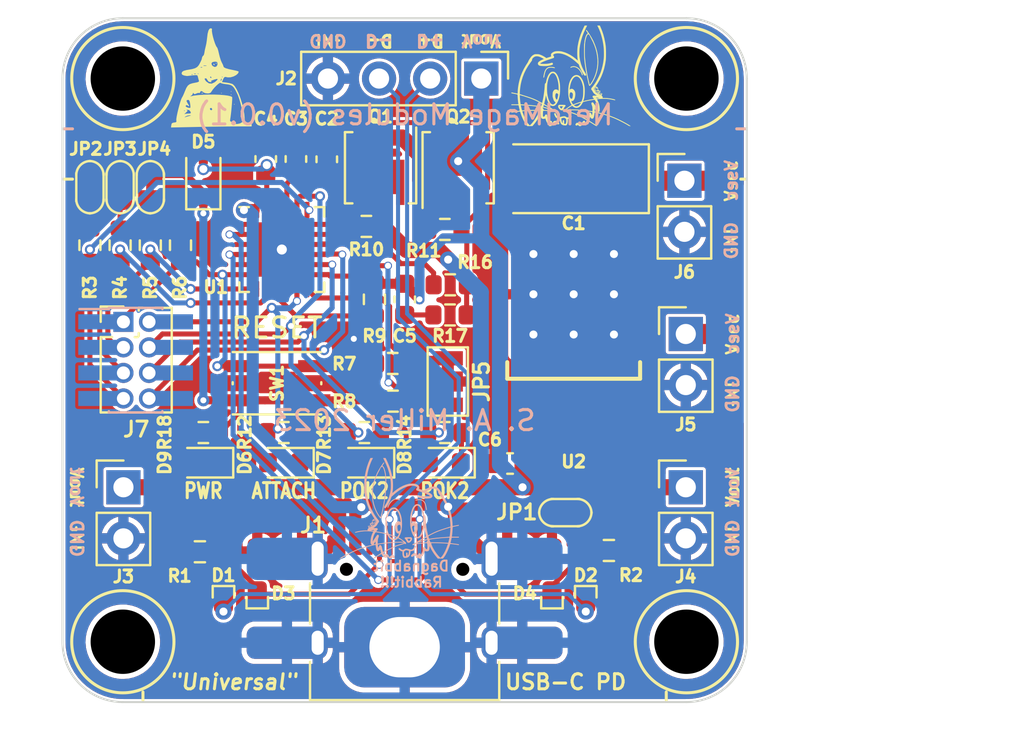
<source format=kicad_pcb>
(kicad_pcb (version 20211014) (generator pcbnew)
  (title_block (title "USB-C (PD) Board") (rev "0.0.1") (company "The Nerd Mage"))
  (layers (0 "F.Cu" signal) (31 "B.Cu" signal) (34 "B.Paste" user) (35 "F.Paste" user) (36 "B.SilkS" user "B.Silkscreen") (37 "F.SilkS" user "F.Silkscreen") (38 "B.Mask" user) (39 "F.Mask" user) (44 "Edge.Cuts" user))
  (net 0 "")
  (net 1 "UD+")
  (net 2 "UD-")
  (net 5 "Net-(C5-Pad2)")
  (net 6 "Net-(C3-Pad1)")
  (net 7 "Net-(C4-Pad1)")
  (net 8 "CC1")
  (net 9 "CC2")
  (net 10 "Vbus")
  (net 11 "RESET")
  (net 12 "SCL")
  (net 13 "SDA")
  (net 14 "GPIO")
  (net 15 "ALERT")
  (net 16 "2v7")
  (net 17 "ATTACH")
  (net 18 "A_B_SIDE")
  (net 19 "GND")
  (net 20 "Vout")
  (net 21 "POWER_OK3")
  (net 22 "POWER_OK2")
  (net 23 "Vsec")
  (net 24 "Net-(D9-Pad2)")
  (net 25 "/ADDR0")
  (net 26 "/ADDR1")
  (net 27 "Net-(D6-Pad1)")
  (net 28 "Net-(R10-Pad1)")
  (net 29 "Net-(R9-Pad2)")
  (net 30 "Net-(R16-Pad2)")
  (net 31 "Net-(JP2-Pad1)")
  (net 32 "Net-(JP3-Pad1)")
  (net 33 "Net-(JP4-Pad1)")
  (net 34 "Net-(Q1-Pad1)")
  (net 35 "Net-(Q1-Pad4)")
  (net 37 "Net-(D7-Pad1)")
  (net 38 "Net-(D8-Pad1)")
  (footprint "Resistor_SMD:R_0603_1608Metric" (layer "F.Cu") (at 85.865 81.285136 90)
    (fp_text reference "R4")
    (fp_text value "1k")
  )
  (footprint "Tinker:NerdMage" (layer "F.Cu") (at 90.4 72.9)
    (fp_text reference "G***" hide)
    (fp_text value "LOGO" hide)
  )
  (footprint "Tinker:PGB1010603NRHF" (layer "F.Cu") (at 109 100 -90)
    (fp_text reference "D2")
    (fp_text value "PGB1010603NR" hide)
  )
  (footprint "Tinker:CP_EIA-6032-28-Tantalumm_HandSolder" (layer "F.Cu") (at 108.4 77.98 180)
    (fp_text reference "C1")
    (fp_text value "22uf" hide)
  )
  (footprint "LED_SMD:LED_0603_1608Metric" (layer "F.Cu") (at 90 92.1 180)
    (fp_text reference "D9")
    (fp_text value "green")
  )
  (footprint "Capacitor_SMD:C_0603_1608Metric" (layer "F.Cu") (at 96.132603 77.012651 90)
    (fp_text reference "C2")
    (fp_text value "1.0uF")
  )
  (footprint "Package_DFN_QFN:QFN-24-1EP_4x4mm_P0.5mm_EP2.7x2.7mm" (layer "F.Cu") (at 93.9 81.5)
    (fp_text reference "U1")
    (fp_text value "STUSB4500QTR")
  )
  (footprint "Capacitor_SMD:C_0603_1608Metric" (layer "F.Cu") (at 105.239817 92.138939 180)
    (fp_text reference "C6")
    (fp_text value "1.0uF")
  )
  (footprint "Tinker:DagNabbit" (layer "F.Cu") (at 108 73.5)
    (fp_text reference "REF**" hide)
    (fp_text value "DagNabbit" hide)
  )
  (footprint "Tinker:R_0603_1608Metric_Pad0.98x0.95mm_HandSolder" (layer "F.Cu") (at 89.829448 96.526795 180)
    (fp_text reference "R1")
    (fp_text value "5k1")
  )
  (footprint "LED_SMD:LED_0603_1608Metric" (layer "F.Cu") (at 98 92.1 180)
    (fp_text reference "D7")
    (fp_text value "yellow")
  )
  (footprint "Tinker:SolderJumper-2_P_Bridged_Rounded_skinny" (layer "F.Cu") (at 87.365 78.4 90)
    (fp_text reference "JP4")
    (fp_text value "SolderJumper_2_Bridged" hide)
  )
  (footprint "Resistor_SMD:R_0603_1608Metric" (layer "F.Cu") (at 94 90.6)
    (fp_text reference "R12")
    (fp_text value "1k")
  )
  (footprint "Tinker:Diodes_PowerDI3333-8" (layer "F.Cu") (at 102.661153 77.435247 90)
    (fp_text reference "Q2")
    (fp_text value "DMP3013SFV" hide)
  )
  (footprint "Tinker:PinHeader_1x02_P2.54mm_Vertical" (layer "F.Cu") (at 113.97 93.32)
    (fp_text reference "J4")
    (fp_text value "Conn_01x02_Male" hide)
  )
  (footprint "Tinker:Mount" (layer "F.Cu") (at 114 73)
    (fp_text reference "REF**" hide)
    (fp_text value "Mount" hide)
  )
  (footprint "Tinker:SolderJumper-2_P_Bridged_Rounded_skinny" (layer "F.Cu") (at 85.865 78.4 90)
    (fp_text reference "JP3")
    (fp_text value "SolderJumper_2_Bridged" hide)
  )
  (footprint "Capacitor_SMD:C_0603_1608Metric" (layer "F.Cu") (at 94.6 77 90)
    (fp_text reference "C3")
    (fp_text value "1.0uF")
  )
  (footprint "Tinker:Diodes_PowerDI3333-8" (layer "F.Cu") (at 98.805987 77.435247 -90)
    (fp_text reference "Q1")
    (fp_text value "DMP3013SFV" hide)
  )
  (footprint "Resistor_SMD:R_0603_1608Metric" (layer "F.Cu") (at 98.1 80.35)
    (fp_text reference "R10")
    (fp_text value "1k")
  )
  (footprint "Tinker:SolderJumper-2_P_Open_Rounded_skinny" (layer "F.Cu") (at 107.983618 94.58)
    (fp_text reference "JP1")
    (fp_text value "SolderJumper_2_Open" hide)
  )
  (footprint "Tinker:PinHeader_1x02_P2.54mm_Vertical" (layer "F.Cu") (at 86.03 93.32)
    (fp_text reference "J3")
    (fp_text value "Conn_01x02_Male" hide)
  )
  (footprint "Tinker:Mount" (layer "F.Cu") (at 114 101)
    (fp_text reference "REF**" hide)
    (fp_text value "Mount" hide)
  )
  (footprint "Tinker:PinHeader_2x04_P1.27mm_Vertical" (layer "F.Cu") (at 86.03 85.095)
    (fp_text reference "J7")
    (fp_text value "Conn_01x08_Male")
  )
  (footprint "Capacitor_SMD:C_0603_1608Metric" (layer "F.Cu") (at 100.004435 83.97667 -90)
    (fp_text reference "C5")
    (fp_text value "0.1uF")
  )
  (footprint "Diode_SMD:D_SOD-323" (layer "F.Cu") (at 90 78 90)
    (fp_text reference "D5")
    (fp_text value "BAT60A")
  )
  (footprint "Tinker:Mount" (layer "F.Cu") (at 86 101)
    (fp_text reference "REF**" hide)
    (fp_text value "Mount" hide)
  )
  (footprint "Resistor_SMD:R_0603_1608Metric" (layer "F.Cu") (at 88.865 81.285136 -90)
    (fp_text reference "R6")
    (fp_text value "100k")
  )
  (footprint "Resistor_SMD:R_0603_1608Metric" (layer "F.Cu") (at 98.49898 83.97667 -90)
    (fp_text reference "R9")
    (fp_text value "1k")
  )
  (footprint "Tinker:SolderJumper-2_P_Bridged_Rounded_skinny" (layer "F.Cu") (at 84.365 78.4 90)
    (fp_text reference "JP2")
    (fp_text value "SolderJumper_2_Bridged" hide)
  )
  (footprint "Tinker:R_0603_1608Metric_Pad0.98x0.95mm_HandSolder" (layer "F.Cu") (at 110.150246 96.462623)
    (fp_text reference "R2")
    (fp_text value "5k1")
  )
  (footprint "Resistor_SMD:R_0603_1608Metric" (layer "F.Cu") (at 99.40924 87.164097 180)
    (fp_text reference "R7")
    (fp_text value "100k")
  )
  (footprint "Tinker:PGB1010603NRHF" (layer "F.Cu") (at 91 100 -90)
    (fp_text reference "D1")
    (fp_text value "PGB1010603NR" hide)
  )
  (footprint "Tinker:PinHeader_1x02_P2.54mm_Vertical" (layer "F.Cu") (at 113.902854 78.08)
    (fp_text reference "J6")
    (fp_text value "Conn_01x02_Male" hide)
  )
  (footprint "Resistor_SMD:R_0603_1608Metric" (layer "F.Cu") (at 102.255861 84.75167 180)
    (fp_text reference "R17")
    (fp_text value "100")
  )
  (footprint "Tinker:SolderJumper-3_P1.3mm_Bridged123_Pad1.0x1.5mm" (layer "F.Cu") (at 102.144435 88.062635 -90)
    (fp_text reference "JP5")
    (fp_text value "SolderJumper_3_Bridged123" hide)
  )
  (footprint "Tinker:PinHeader_1x02_P2.54mm_Vertical" (layer "F.Cu") (at 113.97 85.7)
    (fp_text reference "J5")
    (fp_text value "Conn_01x02_Male" hide)
  )
  (footprint "Tinker:SW_Push_TS273014TP" (layer "F.Cu") (at 93.659571 88.147587)
    (fp_text reference "SW1")
    (fp_text value "SW_Push" hide)
  )
  (footprint "Capacitor_SMD:C_0603_1608Metric" (layer "F.Cu") (at 93.1 77 90)
    (fp_text reference "C4")
    (fp_text value "1.0uF")
  )
  (footprint "Resistor_SMD:R_0603_1608Metric" (layer "F.Cu") (at 102 80.5 180)
    (fp_text reference "R11")
    (fp_text value "100k")
  )
  (footprint "Resistor_SMD:R_0603_1608Metric" (layer "F.Cu") (at 98 90.6)
    (fp_text reference "R13")
    (fp_text value "1k")
  )
  (footprint "Resistor_SMD:R_0603_1608Metric" (layer "F.Cu") (at 102.265164 83.253821 180)
    (fp_text reference "R16")
    (fp_text value "22k")
  )
  (footprint "Resistor_SMD:R_0603_1608Metric" (layer "F.Cu") (at 99.422726 89.038492 180)
    (fp_text reference "R8")
    (fp_text value "100k")
  )
  (footprint "Resistor_SMD:R_0603_1608Metric" (layer "F.Cu") (at 90 90.6)
    (fp_text reference "R18")
    (fp_text value "1k")
  )
  (footprint "LED_SMD:LED_0603_1608Metric" (layer "F.Cu") (at 94 92.1 180)
    (fp_text reference "D6")
    (fp_text value "yellow")
  )
  (footprint "Resistor_SMD:R_0603_1608Metric" (layer "F.Cu") (at 84.365 81.285136 90)
    (fp_text reference "R3")
    (fp_text value "1k")
  )
  (footprint "Tinker:Mount" (layer "F.Cu") (at 86 73)
    (fp_text reference "REF**" hide)
    (fp_text value "Mount" hide)
  )
  (footprint "Resistor_SMD:R_0603_1608Metric" (layer "F.Cu") (at 102 90.6)
    (fp_text reference "R14")
    (fp_text value "1k")
  )
  (footprint "Tinker:PinHeader_1x04_P2.54mm_Vertical" (layer "F.Cu") (at 103.81 73 -90)
    (fp_text reference "J2")
    (fp_text value "Conn_01x04_Male" hide)
  )
  (footprint "Tinker:USB_C_Receptacle_HRO_TYPE-C-31-M-12" (layer "F.Cu") (at 100 100)
    (fp_text reference "J1")
    (fp_text value "USB_C_Receptacle_USB2.0" hide)
  )
  (footprint "Tinker:R1501J033BT1JE" (layer "F.Cu") (at 108.4 85.9)
    (fp_text reference "U2")
    (fp_text value "R1501J033B-T1-JE" hide)
  )
  (footprint "Tinker:PGB1010603NRHF" (layer "F.Cu") (at 107.32 97.571795 90)
    (fp_text reference "D4")
    (fp_text value "PGB1010603NR" hide)
  )
  (footprint "LED_SMD:LED_0603_1608Metric" (layer "F.Cu") (at 102 92.1 180)
    (fp_text reference "D8")
    (fp_text value "yellow")
  )
  (footprint "Resistor_SMD:R_0603_1608Metric" (layer "F.Cu") (at 87.365 81.285136 90)
    (fp_text reference "R5")
    (fp_text value "1k")
  )
  (footprint "Tinker:PGB1010603NRHF" (layer "F.Cu") (at 92.68 97.571795 90)
    (fp_text reference "D3")
    (fp_text value "PGB1010603NR" hide)
  )
  (footprint "Tinker:DagNabbit" (layer "B.Cu") (at 100 95 180)
    (fp_text reference "REF**" hide)
    (fp_text value "DagNabbit" hide)
  )
  (gr_line (start 83.1 75.5) (end 83.5 75.5) (layer "B.SilkS") (width 0.15))
  (gr_line (start 116.5 75.5) (end 116.9 75.5) (layer "B.SilkS") (width 0.15))
  (gr_line (start 113 103.9) (end 113 103.5) (layer "F.SilkS") (width 0.15))
  (gr_line (start 83.1 78) (end 83.5 78) (layer "F.SilkS") (width 0.15))
  (gr_line (start 116.7 78) (end 116.9 78) (layer "F.SilkS") (width 0.15))
  (gr_line (start 87 103.9) (end 87 103.5) (layer "F.SilkS") (width 0.15))
  (gr_line (start 117 73) (end 117 101) (layer "Edge.Cuts") (width 0.1))
  (gr_arc (start 86 104) (mid 83.87868 103.12132) (end 83 101) (layer "Edge.Cuts") (width 0.1))
  (gr_arc (start 83 73) (mid 83.87868 70.87868) (end 86 70) (layer "Edge.Cuts") (width 0.1))
  (gr_line (start 86 70) (end 114 70) (layer "Edge.Cuts") (width 0.1))
  (gr_line (start 83 101) (end 83 73) (layer "Edge.Cuts") (width 0.1))
  (gr_arc (start 114 70) (mid 116.12132 70.87868) (end 117 73) (layer "Edge.Cuts") (width 0.1))
  (gr_line (start 86 104) (end 114 104) (layer "Edge.Cuts") (width 0.1))
  (gr_arc (start 117 101) (mid 116.12132 103.12132) (end 114 104) (layer "Edge.Cuts") (width 0.1))
  (gr_text "NerdMage Modules (v0.0.1)" (at 100 74.8) (layer "B.SilkS") (effects (font (size 1 1)) (justify mirror)))
  (gr_text "D+" (at 101.27 71.12 180) (layer "B.SilkS") (effects (font (size 0.6 0.6)) (justify mirror)))
  (gr_text "GND" (at 116.3 88.68 90) (layer "B.SilkS") (effects (font (size 0.6 0.6) (thickness 0.125)) (justify mirror)))
  (gr_text "GND" (at 83.7 95.86 270) (layer "B.SilkS") (effects (font (size 0.6 0.6) (thickness 0.125)) (justify mirror)))
  (gr_text "Vout" (at 116.3 93.32 90) (layer "B.SilkS") (effects (font (size 0.6 0.6) (thickness 0.125)) (justify mirror)))
  (gr_text "GND" (at 116.232854 81.06 90) (layer "B.SilkS") (effects (font (size 0.6 0.6) (thickness 0.125)) (justify mirror)))
  (gr_text "D-" (at 98.73 71.12 180) (layer "B.SilkS") (effects (font (size 0.6 0.6)) (justify mirror)))
  (gr_text "Vout" (at 103.81 71.12 180) (layer "B.SilkS") (effects (font (size 0.6 0.6) (thickness 0.125)) (justify mirror)))
  (gr_text "Vsec" (at 116.3 85.7 90) (layer "B.SilkS") (effects (font (size 0.6 0.6) (thickness 0.125)) (justify mirror)))
  (gr_text "Vsec" (at 116.232854 78.08 90) (layer "B.SilkS") (effects (font (size 0.6 0.6) (thickness 0.125)) (justify mirror)))
  (gr_text "GND" (at 116.3 95.86 90) (layer "B.SilkS") (effects (font (size 0.6 0.6) (thickness 0.125)) (justify mirror)))
  (gr_text "S. A. Miller 2023" (at 100 90) (layer "B.SilkS") (effects (font (size 1 1)) (justify mirror)))
  (gr_text "Vout" (at 83.7 93.32 270) (layer "B.SilkS") (effects (font (size 0.6 0.6) (thickness 0.125)) (justify mirror)))
  (gr_text "GND" (at 96.19 71.12 180) (layer "B.SilkS") (effects (font (size 0.6 0.6) (thickness 0.125)) (justify mirror)))
  (gr_text "USB-C PD" (at 108 103) (layer "F.SilkS") (effects (font (size 0.75 0.75))))
  (gr_text "Vout" (at 116.3 93.32 90) (layer "F.SilkS") (effects (font (size 0.6 0.6) (thickness 0.125))))
  (gr_text "ATTACH" (at 94 93.5) (layer "F.SilkS") (effects (font (size 0.75 0.6))))
  (gr_text "RESET" (at 93.659571 85.393626) (layer "F.SilkS") (effects (font (size 1 1))))
  (gr_text "GND" (at 116.232854 81.06 90) (layer "F.SilkS") (effects (font (size 0.6 0.6) (thickness 0.125))))
  (gr_text "D-" (at 98.73 71.12 180) (layer "F.SilkS") (effects (font (size 0.6 0.6))))
  (gr_text "POK2" (at 102 93.5) (layer "F.SilkS") (effects (font (size 0.75 0.6))))
  (gr_text "D+" (at 101.27 71.12 180) (layer "F.SilkS") (effects (font (size 0.6 0.6))))
  (gr_text "GND" (at 116.3 88.68 90) (layer "F.SilkS") (effects (font (size 0.6 0.6) (thickness 0.125))))
  (gr_text "GND" (at 96.19 71.12 180) (layer "F.SilkS") (effects (font (size 0.6 0.6) (thickness 0.125))))
  (gr_text "GND" (at 116.3 95.86 90) (layer "F.SilkS") (effects (font (size 0.6 0.6) (thickness 0.125))))
  (gr_text "{dblquote}Universal{dblquote}" (at 91.5 103) (layer "F.SilkS") (effects (font (size 0.75 0.75) (thickness 0.15) italic)))
  (gr_text "GND" (at 83.7 95.86 270) (layer "F.SilkS") (effects (font (size 0.6 0.6) (thickness 0.125))))
  (gr_text "Vout" (at 103.81 71.12 180) (layer "F.SilkS") (effects (font (size 0.6 0.6) (thickness 0.125))))
  (gr_text "Vsec" (at 116.3 85.7 90) (layer "F.SilkS") (effects (font (size 0.6 0.6) (thickness 0.125))))
  (gr_text "PWR" (at 90 93.5) (layer "F.SilkS") (effects (font (size 0.75 0.6))))
  (gr_text "Vout" (at 83.7 93.32 270) (layer "F.SilkS") (effects (font (size 0.6 0.6) (thickness 0.125))))
  (gr_text "Vsec" (at 116.232854 78.08 90) (layer "F.SilkS") (effects (font (size 0.6 0.6) (thickness 0.125))))
  (gr_text "POK2" (at 98 93.5) (layer "F.SilkS") (effects (font (size 0.75 0.6))))
  (segment (start 99.8 94.921795) (end 100.7 94.921795) (width 0.2) (layer "F.Cu") (net 1))
  (segment (start 100.7 94.921795) (end 100.75 94.971795) (width 0.2) (layer "F.Cu") (net 1))
  (segment (start 99.75 94.971795) (end 99.8 94.921795) (width 0.2) (layer "F.Cu") (net 1))
  (segment (start 100.75 94.971795) (end 100.75 95.946795) (width 0.2) (layer "F.Cu") (net 1))
  (segment (start 99.75 95.946795) (end 99.75 94.971795) (width 0.2) (layer "F.Cu") (net 1))
  (via (at 100.75 94.905935) (size 0.4) (drill 0.3) (layers "F.Cu" "B.Cu") (net 1))
  (via (at 109 99.5) (size 0.8) (drill 0.4) (layers "F.Cu" "B.Cu") (net 1))
  (segment (start 103.136827 87.704757) (end 100.123866 84.691796) (width 0.2) (layer "B.Cu") (net 1))
  (segment (start 100.75 94.905935) (end 100.75 93.656882) (width 0.2) (layer "B.Cu") (net 1))
  (segment (start 100.737621 97.30379) (end 100.737816 97.303985) (width 0.2) (layer "B.Cu") (net 1))
  (segment (start 100.75 93.656882) (end 103.136827 91.270055) (width 0.2) (layer "B.Cu") (net 1))
  (segment (start 100.123866 84.691796) (end 100.123866 74.146134) (width 0.2) (layer "B.Cu") (net 1))
  (segment (start 100.737816 98.072204) (end 101.30017 98.634558) (width 0.2) (layer "B.Cu") (net 1))
  (segment (start 108.131208 98.634558) (end 108.132883 98.632883) (width 0.2) (layer "B.Cu") (net 1))
  (segment (start 100.75 94.905935) (end 100.737621 94.918314) (width 0.2) (layer "B.Cu") (net 1))
  (segment (start 103.136827 91.270055) (end 103.136827 87.704757) (width 0.2) (layer "B.Cu") (net 1))
  (segment (start 108.132883 98.632883) (end 109 99.5) (width 0.2) (layer "B.Cu") (net 1))
  (segment (start 100.737816 97.303985) (end 100.737816 98.072204) (width 0.2) (layer "B.Cu") (net 1))
  (segment (start 101.30017 98.634558) (end 108.131208 98.634558) (width 0.2) (layer "B.Cu") (net 1))
  (segment (start 100.737621 94.918314) (end 100.737621 97.30379) (width 0.2) (layer "B.Cu") (net 1))
  (segment (start 100.123866 74.146134) (end 101.27 73) (width 0.2) (layer "B.Cu") (net 1))
  (segment (start 99.25 96.941795) (end 99.3 96.991795) (width 0.2) (layer "F.Cu") (net 2))
  (segment (start 99.3 96.991795) (end 100.2 96.991795) (width 0.2) (layer "F.Cu") (net 2))
  (segment (start 99.25 95.966795) (end 99.25 95.055935) (width 0.2) (layer "F.Cu") (net 2))
  (segment (start 99.25 95.055935) (end 99.15 94.955935) (width 0.2) (layer "F.Cu") (net 2))
  (segment (start 100.2 96.991795) (end 100.25 96.941795) (width 0.2) (layer "F.Cu") (net 2))
  (segment (start 100.25 96.941795) (end 100.25 95.966795) (width 0.2) (layer "F.Cu") (net 2))
  (segment (start 99.25 95.966795) (end 99.25 96.941795) (width 0.2) (layer "F.Cu") (net 2))
  (via (at 91 99.5) (size 0.8) (drill 0.4) (layers "F.Cu" "B.Cu") (net 2))
  (via (at 99.25 94.905935) (size 0.4) (drill 0.3) (layers "F.Cu" "B.Cu") (net 2))
  (segment (start 99.673866 84.878196) (end 99.673866 73.943866) (width 0.2) (layer "B.Cu") (net 2))
  (segment (start 102.686827 87.891157) (end 99.673866 84.878196) (width 0.2) (layer "B.Cu") (net 2))
  (segment (start 99.253303 98.183958) (end 98.804378 98.632883) (width 0.2) (layer "B.Cu") (net 2))
  (segment (start 99.253303 94.909238) (end 99.253303 98.183958) (width 0.2) (layer "B.Cu") (net 2))
  (segment (start 99.25 94.905935) (end 99.25 94.520482) (width 0.2) (layer "B.Cu") (net 2))
  (segment (start 102.686827 91.083655) (end 102.686827 87.891157) (width 0.2) (layer "B.Cu") (net 2))
  (segment (start 91.867117 98.632883) (end 91 99.5) (width 0.2) (layer "B.Cu") (net 2))
  (segment (start 98.804378 98.632883) (end 91.867117 98.632883) (width 0.2) (layer "B.Cu") (net 2))
  (segment (start 99.25 94.905935) (end 99.253303 94.909238) (width 0.2) (layer "B.Cu") (net 2))
  (segment (start 99.673866 73.943866) (end 98.73 73) (width 0.2) (layer "B.Cu") (net 2))
  (segment (start 99.25 94.520482) (end 102.686827 91.083655) (width 0.2) (layer "B.Cu") (net 2))
  (segment (start 100.004435 84.75167) (end 101.430861 84.75167) (width 0.25) (layer "F.Cu") (net 5))
  (segment (start 94.15 79.5375) (end 94.15 78.225) (width 0.25) (layer "F.Cu") (net 6))
  (segment (start 94.15 78.225) (end 94.6 77.775) (width 0.25) (layer "F.Cu") (net 6))
  (segment (start 93.15 79.5375) (end 93.15 78.815303) (width 0.25) (layer "F.Cu") (net 7))
  (segment (start 93.15 78.74) (end 93.15 77.775) (width 0.25) (layer "F.Cu") (net 7))
  (via (at 93.15 77.3) (size 0.6) (drill 0.4) (layers "F.Cu" "B.Cu") (net 7))
  (via (at 90 77.5) (size 0.6) (drill 0.4) (layers "F.Cu" "B.Cu") (net 7))
  (segment (start 92.95 77.5) (end 93.15 77.3) (width 0.25) (layer "B.Cu") (net 7))
  (segment (start 90 77.5) (end 92.95 77.5) (width 0.25) (layer "B.Cu") (net 7))
  (segment (start 90.891948 96.526795) (end 92.68 98.314847) (width 0.25) (layer "F.Cu") (net 8))
  (segment (start 98.743716 97.171172) (end 98.704539 97.171172) (width 0.25) (layer "F.Cu") (net 8))
  (segment (start 97.241416 98.634295) (end 92.68 98.634295) (width 0.25) (layer "F.Cu") (net 8))
  (segment (start 98.75 97.164888) (end 98.743716 97.171172) (width 0.25) (layer "F.Cu") (net 8))
  (segment (start 98.75 95.955) (end 98.75 97.164888) (width 0.25) (layer "F.Cu") (net 8))
  (segment (start 92.68 98.314847) (end 92.68 98.631795) (width 0.25) (layer "F.Cu") (net 8))
  (segment (start 91.9375 80.75) (end 91.3 80.75) (width 0.25) (layer "F.Cu") (net 8))
  (segment (start 91.919469 80.25) (end 91.919469 80.75) (width 0.25) (layer "F.Cu") (net 8))
  (segment (start 98.704539 97.171172) (end 97.241416 98.634295) (width 0.25) (layer "F.Cu") (net 8))
  (via (at 91.3 80.75) (size 0.4) (drill 0.3) (layers "F.Cu" "B.Cu") (net 8))
  (via (at 98.743716 97.171172) (size 0.4) (drill 0.3) (layers "F.Cu" "B.Cu") (net 8))
  (segment (start 91.3 80.75) (end 91.484284 80.75) (width 0.25) (layer "B.Cu") (net 8))
  (segment (start 91.484284 80.75) (end 91.878063 81.143779) (width 0.25) (layer "B.Cu") (net 8))
  (segment (start 91.878063 81.143779) (end 91.878063 90.468102) (width 0.25) (layer "B.Cu") (net 8))
  (segment (start 91.878063 90.468102) (end 98.581133 97.171172) (width 0.25) (layer "B.Cu") (net 8))
  (segment (start 98.581133 97.171172) (end 98.743716 97.171172) (width 0.25) (layer "B.Cu") (net 8))
  (segment (start 100.749398 97.926038) (end 101.75 96.925436) (width 0.25) (layer "F.Cu") (net 9))
  (segment (start 101.75 96.67) (end 101.75 97.369276) (width 0.25) (layer "F.Cu") (net 9))
  (segment (start 101.75 97.149742) (end 101.75 96.925436) (width 0.25) (layer "F.Cu") (net 9))
  (segment (start 103.015019 98.634295) (end 107.32 98.634295) (width 0.25) (layer "F.Cu") (net 9))
  (segment (start 91.919469 81.75) (end 91.919469 82.25) (width 0.25) (layer "F.Cu") (net 9))
  (segment (start 91.9375 81.75) (end 91.3 81.75) (width 0.25) (layer "F.Cu") (net 9))
  (segment (start 107.32 98.631795) (end 107.32 98.230369) (width 0.25) (layer "F.Cu") (net 9))
  (segment (start 101.75 97.369276) (end 103.015019 98.634295) (width 0.25) (layer "F.Cu") (net 9))
  (segment (start 101.75 95.955) (end 101.75 96.67) (width 0.25) (layer "F.Cu") (net 9))
  (segment (start 98.692136 97.926038) (end 100.749398 97.926038) (width 0.25) (layer "F.Cu") (net 9))
  (segment (start 101.75 96.925436) (end 101.75 96.67) (width 0.25) (layer "F.Cu") (net 9))
  (segment (start 107.32 98.230369) (end 109.087746 96.462623) (width 0.25) (layer "F.Cu") (net 9))
  (via (at 91.3 81.75) (size 0.4) (drill 0.3) (layers "F.Cu" "B.Cu") (net 9))
  (via (at 98.692136 97.926038) (size 0.4) (drill 0.3) (layers "F.Cu" "B.Cu") (net 9))
  (segment (start 91.478063 81.928063) (end 91.478063 90.711964) (width 0.25) (layer "B.Cu") (net 9))
  (segment (start 91.478063 90.711964) (end 98.692136 97.926038) (width 0.25) (layer "B.Cu") (net 9))
  (segment (start 91.3 81.75) (end 91.478063 81.928063) (width 0.25) (layer "B.Cu") (net 9))
  (segment (start 98.703391 77.787651) (end 98.805987 77.890247) (width 0.6) (layer "F.Cu") (net 10))
  (segment (start 102.1633 94.189716) (end 102.45 94.476416) (width 0.6) (layer "F.Cu") (net 10))
  (segment (start 98.925 80.35) (end 100.1 81.525) (width 0.8) (layer "F.Cu") (net 10))
  (segment (start 98.925 78.00926) (end 98.805987 77.890247) (width 0.8) (layer "F.Cu") (net 10))
  (segment (start 97.55 95.515) (end 97.55 94.61) (width 0.6) (layer "F.Cu") (net 10))
  (segment (start 92.5 79.5375) (end 92.017362 79.5375) (width 0.6) (layer "F.Cu") (net 10))
  (segment (start 102.45 95.955) (end 102.45 95.126132) (width 0.6) (layer "F.Cu") (net 10))
  (segment (start 101.6883 81.525) (end 102.1633 82) (width 0.8) (layer "F.Cu") (net 10))
  (segment (start 100.1 81.525) (end 101.6883 81.525) (width 0.8) (layer "F.Cu") (net 10))
  (segment (start 97.55 94.61) (end 97.970284 94.189716) (width 0.6) (layer "F.Cu") (net 10))
  (segment (start 107.230034 94.476416) (end 102.45 94.476416) (width 0.8) (layer "F.Cu") (net 10))
  (segment (start 96.132603 77.787651) (end 98.703391 77.787651) (width 0.6) (layer "F.Cu") (net 10))
  (segment (start 102.45 94.476416) (end 102.45 95.082373) (width 0.6) (layer "F.Cu") (net 10))
  (segment (start 97.970284 94.189716) (end 102.1633 94.189716) (width 0.6) (layer "F.Cu") (net 10))
  (segment (start 98.925 80.35) (end 98.925 78.00926) (width 0.8) (layer "F.Cu") (net 10))
  (segment (start 107.333618 94.58) (end 107.230034 94.476416) (width 0.8) (layer "F.Cu") (net 10))
  (via (at 102.1633 94.289716) (size 0.8) (drill 0.4) (layers "F.Cu" "B.Cu") (net 10))
  (via (at 92.017362 79.5375) (size 0.8) (drill 0.4) (layers "F.Cu" "B.Cu") (net 10))
  (via (at 97.85 94.31) (size 0.8) (drill 0.4) (layers "F.Cu" "B.Cu") (net 10))
  (via (at 102.1633 82) (size 0.8) (drill 0.4) (layers "F.Cu" "B.Cu") (net 10))
  (segment (start 102.1633 94.289716) (end 103.786327 92.666689) (width 0.8) (layer "B.Cu") (net 10))
  (segment (start 96.533132 94.31) (end 92.453063 90.22993) (width 0.6) (layer "B.Cu") (net 10))
  (segment (start 92.453063 79.753063) (end 92.2375 79.5375) (width 0.6) (layer "B.Cu") (net 10))
  (segment (start 103.786327 92.666689) (end 103.786327 83.623027) (width 0.8) (layer "B.Cu") (net 10))
  (segment (start 103.786327 83.623027) (end 102.1633 82) (width 0.8) (layer "B.Cu") (net 10))
  (segment (start 97.85 94.31) (end 96.533132 94.31) (width 0.6) (layer "B.Cu") (net 10))
  (segment (start 92.2375 79.5375) (end 92.017362 79.5375) (width 0.6) (layer "B.Cu") (net 10))
  (segment (start 92.453063 90.22993) (end 92.453063 79.753063) (width 0.6) (layer "B.Cu") (net 10))
  (segment (start 91.809571 87.297587) (end 95.509571 87.297587) (width 0.25) (layer "F.Cu") (net 11))
  (segment (start 89.665 82.110136) (end 88.865 82.110136) (width 0.25) (layer "F.Cu") (net 11))
  (segment (start 90.695635 87.297451) (end 91.809435 87.297451) (width 0.25) (layer "F.Cu") (net 11))
  (segment (start 91.9375 82.75) (end 90.304864 82.75) (width 0.25) (layer "F.Cu") (net 11))
  (segment (start 86.03 85.095) (end 86.03 84.945136) (width 0.25) (layer "F.Cu") (net 11))
  (segment (start 90.304864 82.75) (end 89.665 82.110136) (width 0.25) (layer "F.Cu") (net 11))
  (segment (start 86.03 84.945136) (end 88.865 82.110136) (width 0.25) (layer "F.Cu") (net 11))
  (segment (start 91.809435 87.297451) (end 91.809571 87.297587) (width 0.25) (layer "F.Cu") (net 11))
  (via (at 90.695635 87.297451) (size 0.5) (drill 0.3) (layers "F.Cu" "B.Cu") (net 11))
  (via (at 90.95 82.75) (size 0.5) (drill 0.3) (layers "F.Cu" "B.Cu") (net 11))
  (segment (start 91.078063 86.915023) (end 90.695635 87.297451) (width 0.25) (layer "B.Cu") (net 11))
  (segment (start 91.078063 82.878063) (end 91.078063 86.915023) (width 0.25) (layer "B.Cu") (net 11))
  (segment (start 90.95 82.75) (end 91.078063 82.878063) (width 0.25) (layer "B.Cu") (net 11))
  (segment (start 85.255 84.220136) (end 85.255 85.903057) (width 0.25) (layer "F.Cu") (net 12))
  (segment (start 87.365 82.110136) (end 85.255 84.220136) (width 0.25) (layer "F.Cu") (net 12))
  (segment (start 92.65 83.4625) (end 89.365 83.4625) (width 0.25) (layer "F.Cu") (net 12))
  (segment (start 85.255 85.903057) (end 85.716943 86.365) (width 0.25) (layer "F.Cu") (net 12))
  (segment (start 85.716943 86.365) (end 86.03 86.365) (width 0.25) (layer "F.Cu") (net 12))
  (via (at 87.365 81.5) (size 0.5) (drill 0.3) (layers "F.Cu" "B.Cu") (net 12))
  (via (at 89.365 83.4625) (size 0.5) (drill 0.3) (layers "F.Cu" "B.Cu") (net 12))
  (segment (start 87.365 81.5) (end 89.3275 83.4625) (width 0.25) (layer "B.Cu") (net 12))
  (segment (start 89.3275 83.4625) (end 89.365 83.4625) (width 0.25) (layer "B.Cu") (net 12))
  (segment (start 93.15 83.852297) (end 92.847298 84.154999) (width 0.25) (layer "F.Cu") (net 13))
  (segment (start 85.865 82.910136) (end 85.865 82.110136) (width 0.25) (layer "F.Cu") (net 13))
  (segment (start 93.15 83.4625) (end 93.15 83.852297) (width 0.25) (layer "F.Cu") (net 13))
  (segment (start 84.855 83.920136) (end 85.865 82.910136) (width 0.25) (layer "F.Cu") (net 13))
  (segment (start 84.855 86.46) (end 86.03 87.635) (width 0.25) (layer "F.Cu") (net 13))
  (segment (start 92.847298 84.154999) (end 89.365 84.154999) (width 0.25) (layer "F.Cu") (net 13))
  (segment (start 84.855 83.920136) (end 84.855 86.46) (width 0.25) (layer "F.Cu") (net 13))
  (via (at 85.865 81.5) (size 0.5) (drill 0.3) (layers "F.Cu" "B.Cu") (net 13))
  (via (at 89.365 84.154999) (size 0.5) (drill 0.3) (layers "F.Cu" "B.Cu") (net 13))
  (segment (start 85.865 81.5) (end 88.519999 84.154999) (width 0.25) (layer "B.Cu") (net 13))
  (segment (start 88.519999 84.154999) (end 89.365 84.154999) (width 0.25) (layer "B.Cu") (net 13))
  (segment (start 96.85 81.725) (end 95.8875 81.725) (width 0.25) (layer "F.Cu") (net 14))
  (segment (start 87.3 88.905) (end 89.704999 86.5) (width 0.25) (layer "F.Cu") (net 14))
  (segment (start 96.875 81.75) (end 96.85 81.725) (width 0.25) (layer "F.Cu") (net 14))
  (segment (start 89.704999 86.5) (end 96 86.5) (width 0.25) (layer "F.Cu") (net 14))
  (segment (start 95.8875 81.725) (end 95.8625 81.75) (width 0.25) (layer "F.Cu") (net 14))
  (via (at 96.9 81.75) (size 0.4) (drill 0.3) (layers "F.Cu" "B.Cu") (net 14))
  (via (at 96 86.5) (size 0.5) (drill 0.3) (layers "F.Cu" "B.Cu") (net 14))
  (segment (start 96.925 81.775) (end 96.9 81.75) (width 0.25) (layer "B.Cu") (net 14))
  (segment (start 96.925 83.6583) (end 96.925 81.775) (width 0.25) (layer "B.Cu") (net 14))
  (segment (start 96.925 83.6583) (end 96.925 85.575) (width 0.25) (layer "B.Cu") (net 14))
  (segment (start 96.925 85.575) (end 96 86.5) (width 0.25) (layer "B.Cu") (net 14))
  (segment (start 84.365 82.110136) (end 84.365 87.24) (width 0.25) (layer "F.Cu") (net 15))
  (segment (start 84.365 87.24) (end 86.03 88.905) (width 0.25) (layer "F.Cu") (net 15))
  (via (at 84.365 81.5) (size 0.5) (drill 0.3) (layers "F.Cu" "B.Cu") (net 15))
  (via (at 95.2625 79.5375) (size 0.4) (drill 0.3) (layers "F.Cu" "B.Cu") (net 15))
  (segment (start 93.891634 78.166634) (end 95.2625 79.5375) (width 0.25) (layer "B.Cu") (net 15))
  (segment (start 87.698366 78.166634) (end 93.891634 78.166634) (width 0.25) (layer "B.Cu") (net 15))
  (segment (start 84.365 81.5) (end 87.698366 78.166634) (width 0.25) (layer "B.Cu") (net 15))
  (segment (start 98.58424 87.164097) (end 98.58424 89.025006) (width 0.4) (layer "F.Cu") (net 16))
  (segment (start 91.809571 88.997587) (end 92.741045 88.997587) (width 0.4) (layer "F.Cu") (net 16))
  (segment (start 93.062347 88.997587) (end 95.509571 88.997587) (width 0.4) (layer "F.Cu") (net 16))
  (segment (start 91.809571 88.997587) (end 91.809571 89.615429) (width 0.25) (layer "F.Cu") (net 16))
  (segment (start 93.2125 92.1) (end 93.183635 92.1) (width 0.25) (layer "F.Cu") (net 16))
  (segment (start 84.365 77.75) (end 85.865 77.75) (width 0.4) (layer "F.Cu") (net 16))
  (segment (start 100.079944 90.981924) (end 100.079944 90.52071) (width 0.25) (layer "F.Cu") (net 16))
  (segment (start 90 79.05) (end 90 78.695919) (width 0.4) (layer "F.Cu") (net 16))
  (segment (start 92.741045 88.997587) (end 93.062347 88.997587) (width 0.4) (layer "F.Cu") (net 16))
  (segment (start 100.079944 90.52071) (end 98.597726 89.038492) (width 0.25) (layer "F.Cu") (net 16))
  (segment (start 96.132721 91.014794) (end 96.132721 89.620737) (width 0.25) (layer "F.Cu") (net 16))
  (segment (start 97.2125 92.094573) (end 96.132721 91.014794) (width 0.25) (layer "F.Cu") (net 16))
  (segment (start 95.509571 88.997587) (end 98.556821 88.997587) (width 0.4) (layer "F.Cu") (net 16))
  (segment (start 96.132721 89.620737) (end 95.509571 88.997587) (width 0.25) (layer "F.Cu") (net 16))
  (segment (start 85.865 77.75) (end 87.365 77.75) (width 0.4) (layer "F.Cu") (net 16))
  (segment (start 101.2125 92.1) (end 101.198021 92.1) (width 0.25) (layer "F.Cu") (net 16))
  (segment (start 101.198021 92.1) (end 100.079944 90.981924) (width 0.25) (layer "F.Cu") (net 16))
  (segment (start 91.809571 90.725936) (end 91.809571 88.997587) (width 0.25) (layer "F.Cu") (net 16))
  (segment (start 97.2125 92.1) (end 97.2125 92.094573) (width 0.25) (layer "F.Cu") (net 16))
  (segment (start 98.556821 88.997587) (end 98.597726 89.038492) (width 0.4) (layer "F.Cu") (net 16))
  (segment (start 89.054081 77.75) (end 87.365 77.75) (width 0.4) (layer "F.Cu") (net 16))
  (segment (start 91.809571 89.615429) (end 90.825 90.6) (width 0.25) (layer "F.Cu") (net 16))
  (segment (start 90 78.695919) (end 89.054081 77.75) (width 0.4) (layer "F.Cu") (net 16))
  (segment (start 98.58424 89.025006) (end 98.597726 89.038492) (width 0.4) (layer "F.Cu") (net 16))
  (segment (start 93.183635 92.1) (end 91.809571 90.725936) (width 0.25) (layer "F.Cu") (net 16))
  (segment (start 84.996109 77.918891) (end 85.165 77.75) (width 0.4) (layer "F.Cu") (net 16))
  (segment (start 90 88.997587) (end 91.809571 88.997587) (width 0.4) (layer "F.Cu") (net 16))
  (segment (start 90 79.7) (end 90 79.05) (width 0.4) (layer "F.Cu") (net 16))
  (via (at 90 79.7) (size 0.6) (drill 0.3) (layers "F.Cu" "B.Cu") (net 16))
  (via (at 90 88.997587) (size 0.6) (drill 0.3) (layers "F.Cu" "B.Cu") (net 16))
  (segment (start 90 79.7) (end 90 88.997587) (width 0.4) (layer "B.Cu") (net 16))
  (segment (start 92.661737 85.095) (end 93.356737 84.4) (width 0.25) (layer "F.Cu") (net 17))
  (segment (start 93.356737 84.4) (end 93.4 84.4) (width 0.25) (layer "F.Cu") (net 17))
  (segment (start 94.65 83.4625) (end 94.65 84.059465) (width 0.25) (layer "F.Cu") (net 17))
  (segment (start 87.3 85.095) (end 92.661737 85.095) (width 0.25) (layer "F.Cu") (net 17))
  (via (at 93.7 90.4) (size 0.5) (drill 0.3) (layers "F.Cu" "B.Cu") (net 17))
  (via (at 94.65 84.059465) (size 0.4) (drill 0.3) (layers "F.Cu" "B.Cu") (net 17))
  (via (at 93.4 84.4) (size 0.5) (drill 0.3) (layers "F.Cu" "B.Cu") (net 17))
  (segment (start 94.2689 84.440565) (end 94.65 84.059465) (width 0.25) (layer "B.Cu") (net 17))
  (segment (start 93.4 84.4) (end 93.7 84.7) (width 0.25) (layer "B.Cu") (net 17))
  (segment (start 94.309465 84.4) (end 94.65 84.059465) (width 0.25) (layer "B.Cu") (net 17))
  (segment (start 93.4 84.4) (end 94.309465 84.4) (width 0.25) (layer "B.Cu") (net 17))
  (segment (start 93.4 84.440565) (end 94.2689 84.440565) (width 0.25) (layer "B.Cu") (net 17))
  (segment (start 93.7 84.7) (end 93.7 90.4) (width 0.25) (layer "B.Cu") (net 17))
  (segment (start 93.881969 81.77119) (end 93.631969 81.52119) (width 0.25) (layer "F.Cu") (net 19))
  (segment (start 105.856965 101.06) (end 105.846965 101.05) (width 0.25) (layer "F.Cu") (net 19))
  (segment (start 109 101.06) (end 105.856965 101.06) (width 0.25) (layer "F.Cu") (net 19))
  (segment (start 93.631969 81.52119) (end 93.631969 79.80869) (width 0.25) (layer "F.Cu") (net 19))
  (segment (start 94.530535 96.509295) (end 94.903035 96.881795) (width 0.25) (layer "F.Cu") (net 19))
  (segment (start 91 101.06) (end 94.143035 101.06) (width 0.25) (layer "F.Cu") (net 19))
  (segment (start 103.405 95.966795) (end 104.32 96.881795) (width 0.6) (layer "F.Cu") (net 19))
  (segment (start 103.25 95.966795) (end 103.405 95.966795) (width 0.6) (layer "F.Cu") (net 19))
  (segment (start 92.68 96.509295) (end 94.530535 96.509295) (width 0.25) (layer "F.Cu") (net 19))
  (segment (start 93.881969 81.77119) (end 94.131969 82.02119) (width 0.25) (layer "F.Cu") (net 19))
  (segment (start 94.131969 82.02119) (end 94.131969 83.73369) (width 0.25) (layer "F.Cu") (net 19))
  (segment (start 96.595 95.966795) (end 95.68 96.881795) (width 0.6) (layer "F.Cu") (net 19))
  (segment (start 107.32 96.509295) (end 105.469465 96.509295) (width 0.25) (layer "F.Cu") (net 19))
  (segment (start 96.75 95.966795) (end 96.595 95.966795) (width 0.6) (layer "F.Cu") (net 19))
  (segment (start 105.469465 96.509295) (end 105.096965 96.881795) (width 0.25) (layer "F.Cu") (net 19))
  (segment (start 94.143035 101.06) (end 94.153035 101.05) (width 0.25) (layer "F.Cu") (net 19))
  (via (at 110.4 81.725) (size 0.8) (drill 0.4) (layers "F.Cu" "B.Cu") (net 19))
  (via (at 93.9 81.5) (size 1) (drill 0.5) (layers "F.Cu" "B.Cu") (net 19))
  (via (at 108.4 83.725) (size 0.8) (drill 0.4) (layers "F.Cu" "B.Cu") (net 19))
  (via (at 108.4 85.725) (size 0.8) (drill 0.4) (layers "F.Cu" "B.Cu") (net 19))
  (via (at 110.4 85.725) (size 0.8) (drill 0.4) (layers "F.Cu" "B.Cu") (net 19))
  (via (at 108.4 81.725) (size 0.8) (drill 0.4) (layers "F.Cu" "B.Cu") (net 19))
  (via (at 106.4 81.725) (size 0.8) (drill 0.4) (layers "F.Cu" "B.Cu") (net 19))
  (via (at 106.4 85.725) (size 0.8) (drill 0.4) (layers "F.Cu" "B.Cu") (net 19))
  (via (at 97.475375 85.940367) (size 0.5) (drill 0.3) (layers "F.Cu" "B.Cu") (net 19))
  (via (at 106.4 83.725) (size 0.8) (drill 0.4) (layers "F.Cu" "B.Cu") (net 19))
  (via (at 110.4 83.725) (size 0.8) (drill 0.4) (layers "F.Cu" "B.Cu") (net 19))
  (segment (start 108.633618 94.58) (end 108.633618 93.393618) (width 0.8) (layer "F.Cu") (net 20))
  (segment (start 105.86 93.16) (end 106.02 93.32) (width 0.8) (layer "F.Cu") (net 20))
  (segment (start 100.004435 83.20167) (end 98.54898 83.20167) (width 0.5) (layer "F.Cu") (net 20))
  (segment (start 109.67 93.11) (end 109.88 93.32) (width 0.8) (layer "F.Cu") (net 20))
  (segment (start 100.004435 83.241701) (end 100.739404 83.97667) (width 0.5) (layer "F.Cu") (net 20))
  (segment (start 100.004435 83.20167) (end 100.004435 83.241701) (width 0.5) (layer "F.Cu") (net 20))
  (segment (start 108.56 93.32) (end 109.88 93.32) (width 0.8) (layer "F.Cu") (net 20))
  (segment (start 109.67 90.075) (end 109.67 93.11) (width 0.8) (layer "F.Cu") (net 20))
  (segment (start 114 93.32) (end 112.42 93.32) (width 0.8) (layer "F.Cu") (net 20))
  (segment (start 105.840193 93.32) (end 106.02 93.32) (width 0.8) (layer "F.Cu") (net 20))
  (segment (start 86 93.32) (end 105.840193 93.32) (width 0.8) (layer "F.Cu") (net 20))
  (segment (start 108.633618 93.393618) (end 108.56 93.32) (width 0.8) (layer "F.Cu") (net 20))
  (segment (start 106.02 93.32) (end 108.56 93.32) (width 0.8) (layer "F.Cu") (net 20))
  (segment (start 105.86 90.075) (end 105.86 93.16) (width 0.8) (layer "F.Cu") (net 20))
  (segment (start 98.54898 83.20167) (end 98.49898 83.15167) (width 0.5) (layer "F.Cu") (net 20))
  (segment (start 109.88 93.32) (end 112.42 93.32) (width 0.8) (layer "F.Cu") (net 20))
  (via (at 102.661153 77.106221) (size 0.8) (drill 0.4) (layers "F.Cu" "B.Cu") (net 20))
  (via (at 105.86 93.32) (size 0.8) (drill 0.4) (layers "F.Cu" "B.Cu") (net 20))
  (via (at 100.739404 83.97667) (size 0.5) (drill 0.3) (layers "F.Cu" "B.Cu") (net 20))
  (segment (start 103.81 73) (end 103.81 75.957374) (width 0.8) (layer "B.Cu") (net 20))
  (segment (start 104.736327 81.876327) (end 103.805361 80.945361) (width 0.8) (layer "B.Cu") (net 20))
  (segment (start 103.805361 78.250429) (end 103.805361 80.945361) (width 0.8) (layer "B.Cu") (net 20))
  (segment (start 103.81 75.957374) (end 102.661153 77.106221) (width 0.8) (layer "B.Cu") (net 20))
  (segment (start 104.736327 92.196327) (end 104.736327 81.876327) (width 0.8) (layer "B.Cu") (net 20))
  (segment (start 101.934639 80.945361) (end 103.805361 80.945361) (width 0.5) (layer "B.Cu") (net 20))
  (segment (start 102.661153 77.106221) (end 103.805361 78.250429) (width 0.8) (layer "B.Cu") (net 20))
  (segment (start 100.739404 82.140596) (end 100.739404 83.97667) (width 0.5) (layer "B.Cu") (net 20))
  (segment (start 105.86 93.32) (end 104.736327 92.196327) (width 0.8) (layer "B.Cu") (net 20))
  (segment (start 100.739404 82.140596) (end 101.934639 80.945361) (width 0.5) (layer "B.Cu") (net 20))
  (segment (start 87.3 87.635) (end 88.834999 86.1) (width 0.25) (layer "F.Cu") (net 21))
  (segment (start 88.834999 86.1) (end 94.7 86.1) (width 0.25) (layer "F.Cu") (net 21))
  (segment (start 94.7 86.1) (end 95 85.8) (width 0.25) (layer "F.Cu") (net 21))
  (via (at 96.4 82.25) (size 0.4) (drill 0.3) (layers "F.Cu" "B.Cu") (net 21))
  (via (at 101.7 90.6) (size 0.5) (drill 0.3) (layers "F.Cu" "B.Cu") (net 21))
  (via (at 95 85.8) (size 0.5) (drill 0.3) (layers "F.Cu" "B.Cu") (net 21))
  (segment (start 96.4 84.4) (end 95 85.8) (width 0.25) (layer "B.Cu") (net 21))
  (segment (start 95 85.8) (end 95 86.77283) (width 0.25) (layer "B.Cu") (net 21))
  (segment (start 96.4 82.25) (end 96.4 84.4) (width 0.25) (layer "B.Cu") (net 21))
  (segment (start 98.827171 90.6) (end 101.7 90.6) (width 0.25) (layer "B.Cu") (net 21))
  (segment (start 95 86.77283) (end 98.827171 90.6) (width 0.25) (layer "B.Cu") (net 21))
  (segment (start 94.65 79.01) (end 94.81 78.85) (width 0.25) (layer "F.Cu") (net 22))
  (segment (start 87.3 86.365) (end 87.965 85.7) (width 0.25) (layer "F.Cu") (net 22))
  (segment (start 94.65 79.5375) (end 94.65 79.01) (width 0.25) (layer "F.Cu") (net 22))
  (segment (start 94.81 78.85) (end 95.835836 78.85) (width 0.25) (layer "F.Cu") (net 22))
  (segment (start 93.951928 85.7) (end 94.351928 85.3) (width 0.25) (layer "F.Cu") (net 22))
  (segment (start 87.965 85.7) (end 93.951928 85.7) (width 0.25) (layer "F.Cu") (net 22))
  (via (at 95.793604 78.85) (size 0.5) (drill 0.3) (layers "F.Cu" "B.Cu") (net 22))
  (via (at 94.351928 85.3) (size 0.5) (drill 0.3) (layers "F.Cu" "B.Cu") (net 22))
  (via (at 97.7 90.6) (size 0.5) (drill 0.3) (layers "F.Cu" "B.Cu") (net 22))
  (segment (start 94.351928 87.251928) (end 97.7 90.6) (width 0.25) (layer "B.Cu") (net 22))
  (segment (start 94.805964 84.645964) (end 95.793604 83.658324) (width 0.25) (layer "B.Cu") (net 22))
  (segment (start 94.356928 85.095) (end 94.805964 84.645964) (width 0.25) (layer "B.Cu") (net 22))
  (segment (start 94.351928 85.1) (end 94.351928 87.251928) (width 0.25) (layer "B.Cu") (net 22))
  (segment (start 95.793604 83.658324) (end 95.793604 78.85) (width 0.25) (layer "B.Cu") (net 22))
  (segment (start 113.902854 78.08) (end 110.95 78.08) (width 1) (layer "F.Cu") (net 23))
  (segment (start 113.902854 78.08) (end 115.468859 78.08) (width 1) (layer "F.Cu") (net 23))
  (segment (start 115.323382 90.475) (end 110.94 90.475) (width 1) (layer "F.Cu") (net 23))
  (segment (start 116.069587 78.680728) (end 116.069587 85.236772) (width 1) (layer "F.Cu") (net 23))
  (segment (start 116.067165 85.239194) (end 116.067165 85.587165) (width 1) (layer "F.Cu") (net 23))
  (segment (start 115.468859 78.08) (end 116.069587 78.680728) (width 1) (layer "F.Cu") (net 23))
  (segment (start 116.067165 89.731217) (end 115.323382 90.475) (width 1) (layer "F.Cu") (net 23))
  (segment (start 116.069587 85.236772) (end 116.067165 85.239194) (width 1) (layer "F.Cu") (net 23))
  (segment (start 115.95433 85.7) (end 116.067165 85.587165) (width 1) (layer "F.Cu") (net 23))
  (segment (start 113.97 85.7) (end 115.95433 85.7) (width 1) (layer "F.Cu") (net 23))
  (segment (start 116.067165 85.587165) (end 116.067165 89.731217) (width 1) (layer "F.Cu") (net 23))
  (segment (start 89.175 92.0625) (end 89.2125 92.1) (width 0.25) (layer "F.Cu") (net 24))
  (segment (start 89.175 90.6) (end 89.175 92.0625) (width 0.25) (layer "F.Cu") (net 24))
  (segment (start 102.150341 86.908531) (end 100.489806 86.908531) (width 0.25) (layer "F.Cu") (net 25))
  (segment (start 99.254435 86.184292) (end 100.23424 87.164097) (width 0.25) (layer "F.Cu") (net 25))
  (segment (start 95.596246 83.908746) (end 98.831796 83.908746) (width 0.25) (layer "F.Cu") (net 25))
  (segment (start 100.489806 86.908531) (end 100.23424 87.164097) (width 0.25) (layer "F.Cu") (net 25))
  (segment (start 98.831796 83.908746) (end 99.254435 84.331385) (width 0.25) (layer "F.Cu") (net 25))
  (segment (start 95.15 83.4625) (end 95.596246 83.908746) (width 0.25) (layer "F.Cu") (net 25))
  (segment (start 99.254435 84.331385) (end 99.254435 86.184292) (width 0.25) (layer "F.Cu") (net 25))
  (segment (start 102.144003 89.219908) (end 100.429142 89.219908) (width 0.25) (layer "F.Cu") (net 26))
  (segment (start 97.80012 82.305682) (end 99.173436 82.305682) (width 0.25) (layer "F.Cu") (net 26))
  (segment (start 96.23181 82.75) (end 96.302533 82.820723) (width 0.25) (layer "F.Cu") (net 26))
  (segment (start 95.8625 82.75) (end 96.23181 82.75) (width 0.25) (layer "F.Cu") (net 26))
  (segment (start 97.285079 82.820723) (end 97.80012 82.305682) (width 0.25) (layer "F.Cu") (net 26))
  (segment (start 100.429142 89.219908) (end 100.247726 89.038492) (width 0.25) (layer "F.Cu") (net 26))
  (segment (start 99.316662 88.107428) (end 100.247726 89.038492) (width 0.25) (layer "F.Cu") (net 26))
  (segment (start 99.173436 88.107428) (end 99.316662 88.107428) (width 0.25) (layer "F.Cu") (net 26))
  (segment (start 96.302533 82.820723) (end 97.285079 82.820723) (width 0.25) (layer "F.Cu") (net 26))
  (via (at 99.2 88.107428) (size 0.4) (drill 0.3) (layers "F.Cu" "B.Cu") (net 26))
  (via (at 99.173436 82.305682) (size 0.4) (drill 0.3) (layers "F.Cu" "B.Cu") (net 26))
  (segment (start 99.173436 88.107428) (end 99.173436 82.305682) (width 0.25) (layer "B.Cu") (net 26))
  (segment (start 94.825 92.0625) (end 94.7875 92.1) (width 0.25) (layer "F.Cu") (net 27))
  (segment (start 94.825 90.6) (end 94.825 92.0625) (width 0.25) (layer "F.Cu") (net 27))
  (segment (start 97.275 80.25) (end 95.8625 80.25) (width 0.25) (layer "F.Cu") (net 28))
  (segment (start 93.65 83.852297) (end 94.599373 84.80167) (width 0.25) (layer "F.Cu") (net 29))
  (segment (start 94.599373 84.80167) (end 98.49898 84.80167) (width 0.25) (layer "F.Cu") (net 29))
  (segment (start 93.65 83.4625) (end 93.65 83.852297) (width 0.25) (layer "F.Cu") (net 29))
  (segment (start 101.440164 82.658164) (end 101.440164 83.253821) (width 0.25) (layer "F.Cu") (net 30))
  (segment (start 95.8625 81.25) (end 95.8875 81.225) (width 0.25) (layer "F.Cu") (net 30))
  (segment (start 100.982 82.2) (end 101.440164 82.658164) (width 0.25) (layer "F.Cu") (net 30))
  (segment (start 95.8875 81.225) (end 98.845406 81.225) (width 0.25) (layer "F.Cu") (net 30))
  (segment (start 99.820406 82.2) (end 100.982 82.2) (width 0.25) (layer "F.Cu") (net 30))
  (segment (start 98.845406 81.225) (end 99.820406 82.2) (width 0.25) (layer "F.Cu") (net 30))
  (segment (start 84.365 80.460136) (end 84.365 79.05) (width 0.25) (layer "F.Cu") (net 31))
  (segment (start 85.865 80.460136) (end 85.865 79.05) (width 0.25) (layer "F.Cu") (net 32))
  (segment (start 87.365 80.460136) (end 87.365 79.05) (width 0.25) (layer "F.Cu") (net 33))
  (segment (start 99.88858 75.935247) (end 100.769537 76.816204) (width 0.8) (layer "F.Cu") (net 34))
  (segment (start 99.130987 75.935247) (end 99.88858 75.935247) (width 0.8) (layer "F.Cu") (net 34))
  (segment (start 100.769537 78.018631) (end 101.686153 78.935247) (width 0.8) (layer "F.Cu") (net 34))
  (segment (start 100.769537 76.816204) (end 100.769537 78.018631) (width 0.8) (layer "F.Cu") (net 34))
  (segment (start 98.6 75.935247) (end 99.780987 75.935247) (width 0.6) (layer "F.Cu") (net 34))
  (segment (start 101.175 80.5) (end 101.175 79.4464) (width 0.25) (layer "F.Cu") (net 34))
  (segment (start 101.175 79.4464) (end 101.686153 78.935247) (width 0.25) (layer "F.Cu") (net 34))
  (segment (start 102.8 78.935247) (end 101.686153 78.935247) (width 0.6) (layer "F.Cu") (net 34))
  (segment (start 97.830987 75.407034) (end 97.830987 75.935247) (width 0.25) (layer "F.Cu") (net 35))
  (segment (start 98.04901 75.18901) (end 97.830987 75.407034) (width 0.25) (layer "F.Cu") (net 35))
  (segment (start 102.825 80.429767) (end 102.825 80.5) (width 0.25) (layer "F.Cu") (net 35))
  (segment (start 104.122612 78.448788) (end 104.122612 75.472796) (width 0.25) (layer "F.Cu") (net 35))
  (segment (start 103.838826 75.18901) (end 98.04901 75.18901) (width 0.25) (layer "F.Cu") (net 35))
  (segment (start 103.636153 78.935247) (end 103.636153 79.618614) (width 0.25) (layer "F.Cu") (net 35))
  (segment (start 103.636153 78.935247) (end 104.122612 78.448788) (width 0.25) (layer "F.Cu") (net 35))
  (segment (start 103.080861 84.75167) (end 103.080861 83.263124) (width 0.25) (layer "F.Cu") (net 35))
  (segment (start 103.636153 79.618614) (end 102.825 80.429767) (width 0.25) (layer "F.Cu") (net 35))
  (segment (start 103.090164 80.765164) (end 103.090164 83.253821) (width 0.25) (layer "F.Cu") (net 35))
  (segment (start 102.825 80.5) (end 103.090164 80.765164) (width 0.25) (layer "F.Cu") (net 35))
  (segment (start 104.122612 75.472796) (end 103.838826 75.18901) (width 0.25) (layer "F.Cu") (net 35))
  (segment (start 103.080861 83.263124) (end 103.090164 83.253821) (width 0.25) (layer "F.Cu") (net 35))
  (segment (start 98.825 90.6) (end 98.825 92.0625) (width 0.25) (layer "F.Cu") (net 37))
  (segment (start 98.825 92.0625) (end 98.7875 92.1) (width 0.25) (layer "F.Cu") (net 37))
  (segment (start 102.825 90.6) (end 102.825 92.0625) (width 0.25) (layer "F.Cu") (net 38))
  (segment (start 102.825 92.0625) (end 102.7875 92.1) (width 0.25) (layer "F.Cu") (net 38))
  (zone (net 19) (net_name "GND") (layer "F.Cu") (connect_pads (clearance 0.15)) (min_thickness 0.254) (fill yes (thermal_gap 0.254) (thermal_bridge_width 0.508))
    (polygon (pts (xy 118.582229 104.809465) (xy 81.651499 104.809467) (xy 81.651498 69.584881) (xy 118.582228 69.584879)))
  )
  (zone (net 19) (net_name "GND") (layer "B.Cu") (connect_pads (clearance 0.15)) (min_thickness 0.2) (fill yes (thermal_gap 0.254) (thermal_bridge_width 0.508))
    (polygon (pts (xy 119.380001 105.507005) (xy 80.682697 105.507005) (xy 80.682697 69.09421) (xy 119.380001 69.09421)))
  )
)
</source>
